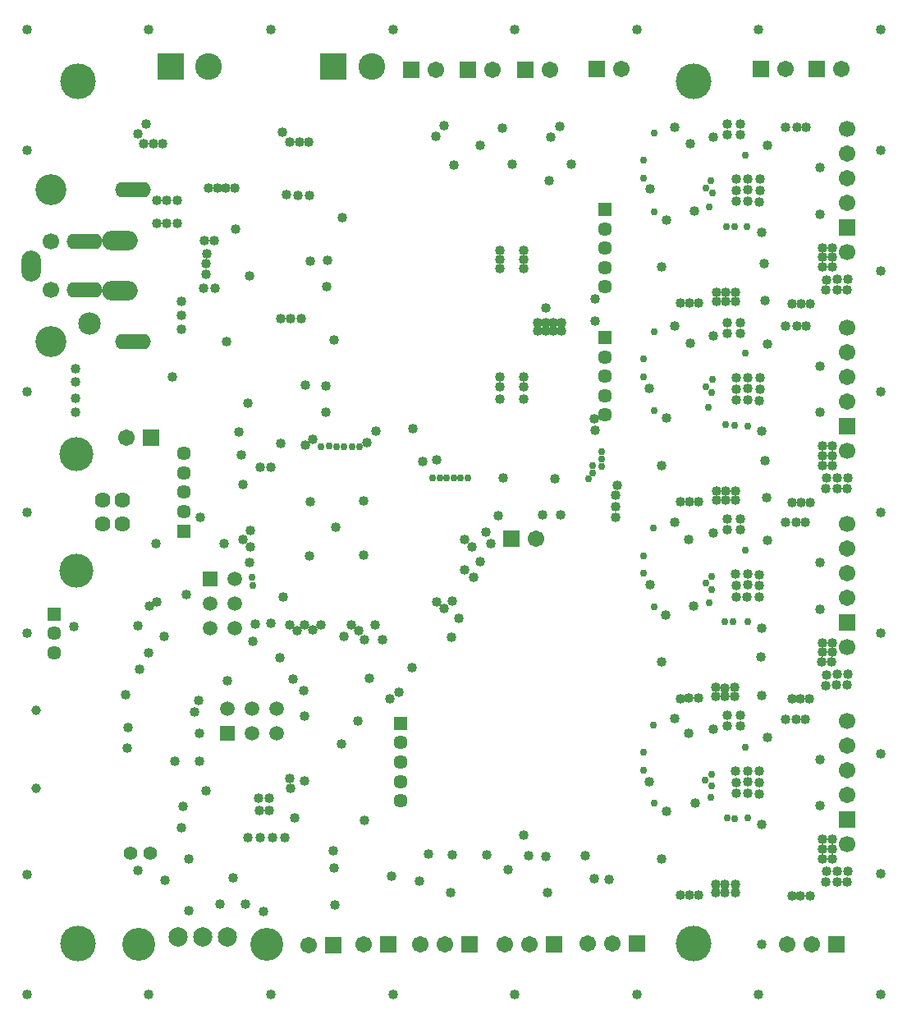
<source format=gbr>
G04 DipTrace 2.4.0.1*
%INBottomMask.gbr*%
%MOIN*%
%ADD14C,0.04*%
%ADD44R,0.0591X0.0591*%
%ADD46C,0.0591*%
%ADD102C,0.0669*%
%ADD103C,0.1339*%
%ADD104C,0.145*%
%ADD105C,0.0394*%
%ADD114C,0.03*%
%ADD155C,0.0552*%
%ADD173C,0.0572*%
%ADD175C,0.0572*%
%ADD177R,0.0572X0.0572*%
%ADD201C,0.0785*%
%ADD203C,0.108*%
%ADD207R,0.108X0.108*%
%ADD209C,0.0671*%
%ADD212R,0.0671X0.0671*%
%ADD216C,0.1379*%
%ADD220C,0.0639*%
%ADD223C,0.0907*%
%ADD227C,0.1261*%
%ADD229O,0.1458X0.0789*%
%ADD232O,0.1458X0.0631*%
%ADD236O,0.0789X0.1261*%
%FSLAX44Y44*%
G04*
G70*
G90*
G75*
G01*
%LNBotMask*%
%LPD*%
D14*
X4493Y10413D3*
X5000Y13610D3*
X7420Y9880D3*
X6330Y25480D3*
X19960Y5480D3*
X23460Y5130D3*
X19960Y5480D3*
X17040Y16340D3*
X24325Y19775D3*
Y20225D3*
X17350Y16080D3*
X18830Y17975D3*
X6020Y5050D3*
X6900Y16650D3*
X9460Y17950D3*
X11700Y11720D3*
X11660Y12750D3*
X4430Y12590D3*
X10830Y16570D3*
X17700Y6080D3*
X18200Y17660D3*
X17950Y15680D3*
X8870Y31500D3*
X17610Y4540D3*
X18550Y17350D3*
X17680Y16380D3*
X8525Y26925D3*
X6700Y7200D3*
X6760Y8060D3*
X5360Y14280D3*
X7371Y12359D3*
X23500Y27770D3*
X16475Y22045D3*
X23490Y28660D3*
X23470Y23310D3*
X17050Y22120D3*
X23450Y23790D3*
X24325Y20700D3*
X24395Y21080D3*
X2370Y25820D3*
Y25280D3*
X4930Y15390D3*
X7790Y33160D3*
X30170Y33510D3*
Y33050D3*
X30150Y32580D3*
X29690Y33080D3*
Y33520D3*
X29680Y32610D3*
X29220D3*
X29230Y33050D3*
X29210Y33520D3*
D114*
X28810Y31590D3*
X29150Y31580D3*
X29650D3*
X28130Y32380D3*
X28240Y32940D3*
X28000Y33150D3*
X28180Y33460D3*
X29590Y34500D3*
D14*
X30500Y34890D3*
X28290Y35210D3*
X32630Y33980D3*
X32620Y32100D3*
X30260Y31340D3*
X28410Y28560D3*
Y28920D3*
X29180D3*
X28770Y28560D3*
Y28910D3*
X29180Y28560D3*
X29400Y35330D3*
X28850D3*
X29400Y35760D3*
X28850D3*
X32040Y35620D3*
X31670D3*
X31230D3*
X26730Y35630D3*
D114*
X25893Y32195D3*
X25453Y33555D3*
Y34275D3*
X25873Y35385D3*
D14*
X26380Y31870D3*
X9890Y6790D3*
X10940Y32880D3*
X11410Y32870D3*
X11900Y32850D3*
X13210Y31950D3*
X11930Y30190D3*
X12610Y30210D3*
X12600Y29150D3*
X9440Y29580D3*
X7610Y31010D3*
X8030D3*
X7590Y29100D3*
X8060Y29080D3*
X7700Y29670D3*
Y30080D3*
X7710Y30490D3*
X10770Y35410D3*
X11100Y35020D3*
X11470Y35010D3*
X11860Y35020D3*
X5140Y34950D3*
X5540D3*
X5930D3*
X4910Y35340D3*
X12550Y25110D3*
Y24040D3*
X11720Y25160D3*
X9370Y24410D3*
X9400Y6790D3*
X10730Y27860D3*
X11130D3*
X11540Y27850D3*
X12870Y27000D3*
X18810Y34890D3*
X19720Y35600D3*
X17340Y35690D3*
X17010Y35250D3*
X22040Y35670D3*
X21700Y35230D3*
X17750Y34080D3*
X20110Y34110D3*
X33133Y30735D3*
X33123Y30345D3*
X33113Y29945D3*
X32733Y30735D3*
X32723Y30345D3*
X32713Y29945D3*
X32883Y29435D3*
X33753Y29445D3*
X33333D3*
X32863Y29005D3*
X33733Y29015D3*
X33313D3*
X31483Y28445D3*
X32213Y28455D3*
X31843D3*
X26953Y28475D3*
X27683Y28485D3*
X27313D3*
X33133Y22675D3*
X26193Y29955D3*
X33123Y22285D3*
X33113Y21885D3*
X32733Y22675D3*
X32723Y22285D3*
X32713Y21885D3*
X32883Y21375D3*
X33753Y21385D3*
X33333D3*
X30170Y25450D3*
Y24990D3*
X30150Y24520D3*
X29690Y25020D3*
Y25460D3*
X29680Y24550D3*
X29220D3*
X29230Y24990D3*
X29210Y25460D3*
D114*
X28800Y23540D3*
X29140Y23510D3*
X29670Y23500D3*
X28090Y24270D3*
X28220Y24860D3*
X28000Y25090D3*
X28240Y25390D3*
X29590Y26440D3*
D14*
X30500Y26830D3*
X28290Y27150D3*
X32630Y25920D3*
X32620Y24040D3*
X30260Y23280D3*
X28410Y20500D3*
Y20860D3*
X29180D3*
X28770Y20500D3*
Y20850D3*
X29180Y20500D3*
X29400Y27270D3*
X28850D3*
X29400Y27700D3*
X28850D3*
X32040Y27560D3*
X31670D3*
X31230D3*
X26730Y27570D3*
D114*
X25893Y24135D3*
X25453Y25495D3*
Y26215D3*
X25873Y27325D3*
D14*
X26380Y23810D3*
X32863Y20945D3*
X33733Y20955D3*
X33313D3*
X31483Y20385D3*
X32213Y20395D3*
X31843D3*
X26953Y20415D3*
X27683Y20425D3*
X27313D3*
X26193Y21895D3*
X33120Y14695D3*
X33110Y14305D3*
X33100Y13905D3*
X32720Y14695D3*
X32710Y14305D3*
X32700Y13905D3*
X32870Y13395D3*
X33740Y13405D3*
X33320D3*
X30157Y17469D3*
Y17009D3*
X30137Y16539D3*
X29677Y17039D3*
Y17479D3*
X29667Y16569D3*
X29207D3*
X29217Y17009D3*
X29197Y17479D3*
D114*
X28750Y15550D3*
X29100Y15540D3*
X29690Y15550D3*
X28130Y16320D3*
X28220Y16870D3*
X27987Y17109D3*
X28220Y17400D3*
X29577Y18459D3*
D14*
X30487Y18849D3*
X28277Y19169D3*
X32617Y17939D3*
X32607Y16059D3*
X30247Y15299D3*
X28397Y12519D3*
Y12879D3*
X29167D3*
X28757Y12519D3*
Y12869D3*
X29167Y12519D3*
X29387Y19289D3*
X28837D3*
X29387Y19719D3*
X28837D3*
X32027Y19579D3*
X31657D3*
X31217D3*
X26717Y19589D3*
D114*
X25880Y16155D3*
X25440Y17515D3*
Y18235D3*
X25860Y19345D3*
D14*
X26367Y15829D3*
X32850Y12965D3*
X33720Y12975D3*
X33300D3*
X31470Y12405D3*
X32200Y12415D3*
X31830D3*
X26940Y12435D3*
X27670Y12445D3*
X27300D3*
X26180Y13915D3*
X33123Y6715D3*
X33113Y6325D3*
X33103Y5925D3*
X32723Y6715D3*
X32713Y6325D3*
X32703Y5925D3*
X32873Y5415D3*
X33743Y5425D3*
X33323D3*
X30160Y9490D3*
Y9030D3*
X30140Y8560D3*
X29680Y9060D3*
Y9500D3*
X29670Y8590D3*
X29210D3*
X29220Y9030D3*
X29200Y9500D3*
D114*
X28840Y7580D3*
X29160Y7560D3*
X29670Y7580D3*
X28170Y8420D3*
X28225Y8900D3*
X27950Y9125D3*
X28225Y9350D3*
X29590Y10470D3*
D14*
X30490Y10870D3*
X28280Y11190D3*
X32620Y9960D3*
X32610Y8080D3*
X30250Y7320D3*
X28400Y4540D3*
Y4900D3*
X29170D3*
X28760Y4540D3*
Y4890D3*
X29170Y4540D3*
X29390Y11310D3*
X28840D3*
X29390Y11740D3*
X28840D3*
X32030Y11600D3*
X31660D3*
X31220D3*
X26720Y11610D3*
D114*
X25883Y8175D3*
X25443Y9535D3*
Y10255D3*
X25863Y11365D3*
D14*
X26370Y7850D3*
X32853Y4985D3*
X33723Y4995D3*
X33303D3*
X31473Y4425D3*
X32203Y4435D3*
X31833D3*
X26943Y4455D3*
X27673Y4465D3*
X27303D3*
X26183Y5935D3*
X22530Y34130D3*
X19625Y30250D3*
X20575D3*
Y29875D3*
X19625D3*
X20575Y30625D3*
X19625D3*
X21625Y33450D3*
X410Y39590D3*
X8140Y33150D3*
X19100Y6080D3*
X21500Y6025D3*
X10390Y6790D3*
X10880Y6780D3*
X8490Y33150D3*
X11275Y7600D3*
X11130Y8780D3*
X11680Y9090D3*
X11100Y9180D3*
X9825Y8375D3*
X4520Y11260D3*
X8840Y33140D3*
X15510Y12700D3*
X15140Y12410D3*
X14850Y14830D3*
X14560Y15410D3*
X14120Y14820D3*
X13900Y15200D3*
X13600Y15425D3*
X13300Y14970D3*
X11700Y15425D3*
X12350D3*
X12025Y15225D3*
X11230Y13220D3*
X14330Y13260D3*
X8540Y13150D3*
X20600Y25475D3*
Y25075D3*
Y24600D3*
X19625Y25475D3*
Y25075D3*
Y24600D3*
X21500Y28300D3*
X21150Y27675D3*
X21475D3*
X21800D3*
X22125D3*
X21150Y27350D3*
X21475D3*
X21800D3*
X22125D3*
X10310Y21820D3*
X9900D3*
X14575Y23275D3*
X10250Y8375D3*
Y7900D3*
X19050Y19175D3*
X18175Y18900D3*
X18475Y18575D3*
X9850Y7875D3*
X10725Y22775D3*
X11725Y22725D3*
X12025Y22950D3*
X14220Y22830D3*
X16070Y23380D3*
X9025Y23250D3*
X9475Y18600D3*
X9180Y18900D3*
X11390Y15200D3*
X11075Y15425D3*
X5375Y16175D3*
X20775Y6070D3*
X16730Y6130D3*
X15225Y5210D3*
X30260Y2460D3*
X24040Y5080D3*
X21555Y4550D3*
X16340Y5020D3*
X13200Y10590D3*
X12850Y6260D3*
X10030Y3800D3*
X12925Y4060D3*
X19560Y19870D3*
X21350Y19875D3*
X19740Y21390D3*
X9675Y15450D3*
X10325Y15475D3*
X9125Y22325D3*
X21860Y21360D3*
X5700Y16360D3*
X5980Y14970D3*
X5640Y18710D3*
X2325Y15350D3*
X23100Y6050D3*
X6990Y3825D3*
X8255Y4075D3*
X9300Y4100D3*
X7410Y11010D3*
X10675Y14100D3*
X9575Y14750D3*
X9180Y21110D3*
X9475Y19250D3*
X7670Y8700D3*
X6675Y28550D3*
X6700Y27975D3*
Y27425D3*
X6100Y32650D3*
X6075Y31725D3*
X6525D3*
Y32650D3*
X5700D3*
X5675Y31725D3*
X410Y410D3*
X35090Y39590D3*
Y410D3*
X4930Y5460D3*
X6970Y5920D3*
X8790Y5140D3*
X13860Y11520D3*
X12870Y5560D3*
X14110Y7490D3*
X6430Y9880D3*
X12960Y19400D3*
X11910Y20430D3*
X14070Y20460D3*
Y18250D3*
X11870Y18230D3*
X410Y5300D3*
Y15100D3*
Y20000D3*
Y24900D3*
Y34690D3*
X35090D3*
Y29790D3*
Y24900D3*
X5360Y39590D3*
X35090Y20000D3*
Y15100D3*
Y10200D3*
Y5310D3*
X10320Y39590D3*
X15270D3*
X20230D3*
X25180D3*
X30130D3*
X5360Y410D3*
X10320D3*
X15270D3*
X20230D3*
X25180D3*
X30130D3*
X20570Y6890D3*
X7210Y11880D3*
X16040Y13680D3*
X17640Y14920D3*
D114*
X16870Y21400D3*
D14*
X19240Y18710D3*
X22080Y19890D3*
X25700Y9070D3*
X27560Y8180D3*
X27300Y11030D3*
X25710Y17060D3*
X27290Y18900D3*
X30250Y12540D3*
X30210Y14130D3*
X27480Y16180D3*
X30460Y20590D3*
X30390Y22080D3*
X25700Y25020D3*
X27340Y26860D3*
X30350Y30100D3*
X30400Y28600D3*
X25720Y33130D3*
X27360Y34970D3*
X27510Y32210D3*
X5260Y35760D3*
X7460Y19800D3*
X8410Y18730D3*
X2370Y24610D3*
Y24040D3*
D114*
X12350Y22670D3*
X12670Y22680D3*
X12980Y22670D3*
X13290D3*
X13610D3*
X13920Y22660D3*
X9560Y17360D3*
X9600Y17030D3*
X17170Y21400D3*
X17460D3*
X18020D3*
X17740D3*
X18320D3*
X23750Y22450D3*
Y22150D3*
X23740Y21850D3*
X23390Y21880D3*
X23380Y21590D3*
X23220Y21340D3*
D236*
X590Y30000D3*
D232*
X2756Y30984D3*
D229*
X4193Y28976D3*
Y31024D3*
D232*
X2756Y29016D3*
D227*
X1378Y26929D3*
Y33071D3*
D232*
X4724Y26929D3*
Y33071D3*
D223*
X2953Y27638D3*
D102*
X1378Y30984D3*
Y29016D3*
D220*
X4285Y19508D3*
Y20492D3*
X3498D3*
Y19508D3*
D216*
X2431Y22370D3*
Y17630D3*
D212*
X33720Y31550D3*
D209*
Y32550D3*
Y33550D3*
Y34550D3*
D212*
Y23490D3*
D209*
Y24490D3*
Y25490D3*
Y26490D3*
D212*
X33707Y15509D3*
D209*
Y16509D3*
Y17509D3*
Y18509D3*
D212*
X33710Y7530D3*
D209*
Y8530D3*
Y9530D3*
Y10530D3*
D207*
X6240Y38080D3*
D203*
X7800D3*
D207*
X12850D3*
D203*
X14410D3*
D212*
X16010Y37950D3*
D209*
X17010D3*
D212*
X33290Y2450D3*
D209*
X32290D3*
X31290D3*
D212*
X25200Y2480D3*
D209*
X24200D3*
X23200D3*
D212*
X21830Y2450D3*
D209*
X20830D3*
X19830D3*
D212*
X18370D3*
D209*
X17370D3*
X16370D3*
D212*
X15090Y2440D3*
D209*
X14090D3*
D212*
X12860Y2430D3*
D209*
X11860D3*
D201*
X8550Y2750D3*
X7550D3*
X6550D3*
D103*
X10148Y2451D3*
X4952D3*
D212*
X20650Y37970D3*
D209*
X21650D3*
D212*
X18320D3*
D209*
X19320D3*
D212*
X32490Y37990D3*
D209*
X33490D3*
D212*
X30230Y37980D3*
D209*
X31230D3*
D212*
X23560Y37990D3*
D209*
X24560D3*
D104*
X2500Y2500D3*
X27500D3*
Y37500D3*
X2500D3*
D105*
X799Y11949D3*
Y8799D3*
D177*
X23900Y27090D3*
D173*
Y26303D3*
Y25515D3*
D175*
Y24728D3*
Y23940D3*
D177*
Y32290D3*
D173*
Y31503D3*
Y30715D3*
D175*
Y29928D3*
Y29140D3*
D177*
X1520Y15870D3*
D173*
Y15081D3*
Y14292D3*
D177*
X6775Y19230D3*
D173*
Y20017D3*
Y20805D3*
D175*
Y21592D3*
Y22380D3*
D44*
X7840Y17300D3*
D46*
X8840D3*
X7840Y16300D3*
X8840D3*
X7840Y15300D3*
X8840D3*
D212*
X20075Y18925D3*
D209*
X21075D3*
D44*
X8540Y11010D3*
D46*
Y12010D3*
X9540Y11010D3*
Y12010D3*
X10540Y11010D3*
Y12010D3*
D212*
X5460Y23020D3*
D209*
X4460D3*
D177*
X15580Y11430D3*
D173*
Y10643D3*
Y9855D3*
D175*
Y9068D3*
Y8280D3*
D102*
X33723Y30545D3*
Y35555D3*
Y22485D3*
Y27495D3*
X33710Y14505D3*
Y19515D3*
X33713Y6525D3*
Y11535D3*
D155*
X4630Y6150D3*
X5420Y6160D3*
M02*

</source>
